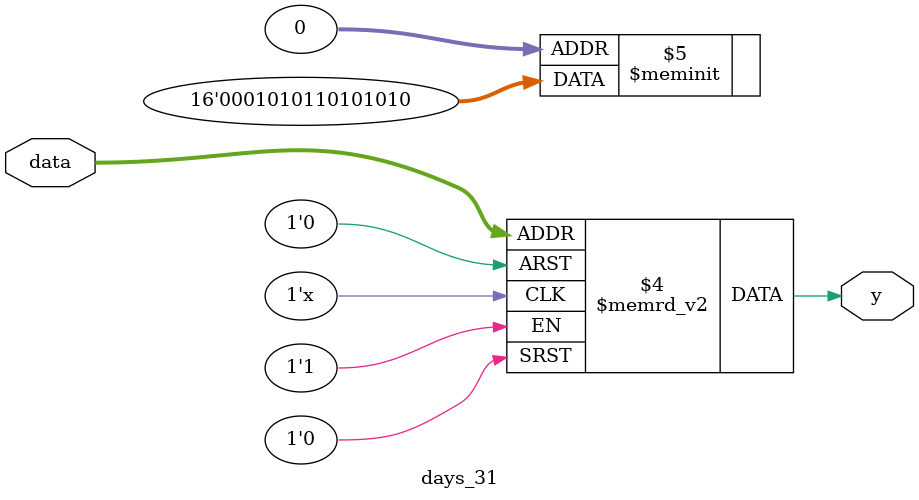
<source format=sv>
module days_31(input logic [3:0]data,
				output logic y);

always_comb
	 case (data)
		 1: y = 1'b1;
		 2: y = 1'b0;
		 3: y = 1'b1;
		 4: y = 1'b0;
		 5: y = 1'b1;
		 6: y = 1'b0;
		 7: y = 1'b1;
		 8: y = 1'b1;
		 9: y = 1'b0;
		 10: y = 1'b1;
		 11: y = 1'b0;
		 12: y = 1'b1;
		 default: y = 1'b0;
	endcase


endmodule 
</source>
